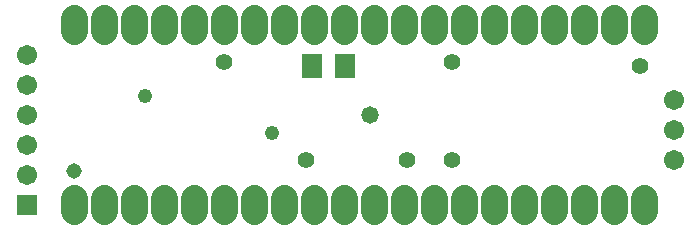
<source format=gbs>
G75*
%MOIN*%
%OFA0B0*%
%FSLAX25Y25*%
%IPPOS*%
%LPD*%
%AMOC8*
5,1,8,0,0,1.08239X$1,22.5*
%
%ADD10C,0.09068*%
%ADD11C,0.06737*%
%ADD12R,0.06737X0.06737*%
%ADD13R,0.07099X0.07887*%
%ADD14C,0.05550*%
%ADD15C,0.05156*%
%ADD16C,0.04762*%
%ADD17C,0.05800*%
D10*
X0079656Y0032933D02*
X0079656Y0037067D01*
X0089656Y0037067D02*
X0089656Y0032933D01*
X0099656Y0032933D02*
X0099656Y0037067D01*
X0109656Y0037067D02*
X0109656Y0032933D01*
X0119656Y0032933D02*
X0119656Y0037067D01*
X0129656Y0037067D02*
X0129656Y0032933D01*
X0139656Y0032933D02*
X0139656Y0037067D01*
X0149656Y0037067D02*
X0149656Y0032933D01*
X0159656Y0032933D02*
X0159656Y0037067D01*
X0169656Y0037067D02*
X0169656Y0032933D01*
X0179656Y0032933D02*
X0179656Y0037067D01*
X0189656Y0037067D02*
X0189656Y0032933D01*
X0199656Y0032933D02*
X0199656Y0037067D01*
X0209656Y0037067D02*
X0209656Y0032933D01*
X0219656Y0032933D02*
X0219656Y0037067D01*
X0229656Y0037067D02*
X0229656Y0032933D01*
X0239656Y0032933D02*
X0239656Y0037067D01*
X0249656Y0037067D02*
X0249656Y0032933D01*
X0259656Y0032933D02*
X0259656Y0037067D01*
X0269656Y0037067D02*
X0269656Y0032933D01*
X0269656Y0092933D02*
X0269656Y0097067D01*
X0259656Y0097067D02*
X0259656Y0092933D01*
X0249656Y0092933D02*
X0249656Y0097067D01*
X0239656Y0097067D02*
X0239656Y0092933D01*
X0229656Y0092933D02*
X0229656Y0097067D01*
X0219656Y0097067D02*
X0219656Y0092933D01*
X0209656Y0092933D02*
X0209656Y0097067D01*
X0199656Y0097067D02*
X0199656Y0092933D01*
X0189656Y0092933D02*
X0189656Y0097067D01*
X0179656Y0097067D02*
X0179656Y0092933D01*
X0169656Y0092933D02*
X0169656Y0097067D01*
X0159656Y0097067D02*
X0159656Y0092933D01*
X0149656Y0092933D02*
X0149656Y0097067D01*
X0139656Y0097067D02*
X0139656Y0092933D01*
X0129656Y0092933D02*
X0129656Y0097067D01*
X0119656Y0097067D02*
X0119656Y0092933D01*
X0109656Y0092933D02*
X0109656Y0097067D01*
X0099656Y0097067D02*
X0099656Y0092933D01*
X0089656Y0092933D02*
X0089656Y0097067D01*
X0079656Y0097067D02*
X0079656Y0092933D01*
D11*
X0064031Y0085000D03*
X0064031Y0075000D03*
X0064031Y0065000D03*
X0064031Y0055000D03*
X0064031Y0045000D03*
X0279656Y0050000D03*
X0279656Y0060000D03*
X0279656Y0070000D03*
D12*
X0064031Y0035000D03*
D13*
X0159145Y0081250D03*
X0170168Y0081250D03*
D14*
X0205906Y0082500D03*
X0268406Y0081250D03*
X0205906Y0050000D03*
X0190906Y0050000D03*
X0157156Y0050000D03*
X0129656Y0082500D03*
D15*
X0079656Y0046250D03*
D16*
X0103406Y0071250D03*
X0145906Y0058750D03*
D17*
X0178406Y0065000D03*
M02*

</source>
